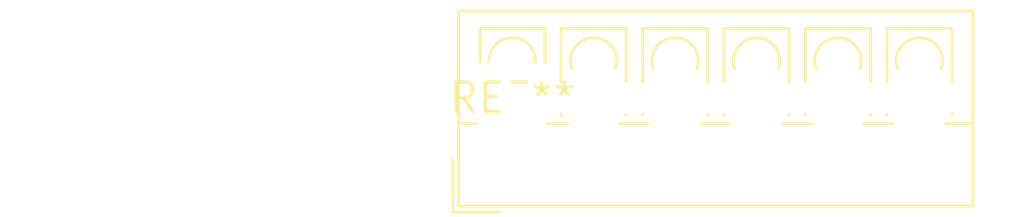
<source format=kicad_pcb>
(kicad_pcb (version 20240108) (generator pcbnew)
  (layers (0 "F.Cu" signal) (31 "B.Cu" signal) (34 "B.Paste" user) (35 "F.Paste" user) (36 "B.SilkS" user "B.Silkscreen") (37 "F.SilkS" user "F.Silkscreen") (38 "B.Mask" user) (39 "F.Mask" user) (44 "Edge.Cuts" user))
  (net 0 "")
  (footprint "TerminalBlock_4Ucon_1x06_P3.50mm_Vertical" (layer "F.Cu") (at 0 0)
    (property "Reference" "REF**")
    (property "Value" "TerminalBlock_4Ucon_1x06_P3.50mm_Vertical")
    (fp_line (start -2.55 2.66) (end -2.55 4.9) (layer "F.SilkS") (stroke (width 0.12)))
    (fp_line (start -2.55 4.9) (end -0.55 4.9) (layer "F.SilkS") (stroke (width 0.12)))
    (fp_line (start -2.31 -3.76) (end -2.31 4.66) (layer "F.SilkS") (stroke (width 0.12)))
    (fp_line (start -2.31 -3.76) (end 19.811 -3.76) (layer "F.SilkS") (stroke (width 0.12)))
    (fp_line (start -2.31 1.101) (end -1.54 1.101) (layer "F.SilkS") (stroke (width 0.12)))
    (fp_line (start -2.31 4.66) (end 19.811 4.66) (layer "F.SilkS") (stroke (width 0.12)))
    (fp_line (start -1.4 -3) (end -1.4 -1.54) (layer "F.SilkS") (stroke (width 0.12)))
    (fp_line (start -1.4 -3) (end 1.4 -3) (layer "F.SilkS") (stroke (width 0.12)))
    (fp_line (start 1.4 -3) (end 1.4 -1.54) (layer "F.SilkS") (stroke (width 0.12)))
    (fp_line (start 1.54 1.101) (end 2.367 1.101) (layer "F.SilkS") (stroke (width 0.12)))
    (fp_line (start 2.1 -3) (end 2.1 -0.689) (layer "F.SilkS") (stroke (width 0.12)))
    (fp_line (start 2.1 -3) (end 4.9 -3) (layer "F.SilkS") (stroke (width 0.12)))
    (fp_line (start 2.1 0.689) (end 2.1 0.75) (layer "F.SilkS") (stroke (width 0.12)))
    (fp_line (start 2.1 0.75) (end 2.101 0.75) (layer "F.SilkS") (stroke (width 0.12)))
    (fp_line (start 4.634 1.101) (end 5.867 1.101) (layer "F.SilkS") (stroke (width 0.12)))
    (fp_line (start 4.9 -3) (end 4.9 -0.689) (layer "F.SilkS") (stroke (width 0.12)))
    (fp_line (start 4.9 0.689) (end 4.9 0.75) (layer "F.SilkS") (stroke (width 0.12)))
    (fp_line (start 4.9 0.75) (end 4.9 0.75) (layer "F.SilkS") (stroke (width 0.12)))
    (fp_line (start 5.6 -3) (end 5.6 -0.689) (layer "F.SilkS") (stroke (width 0.12)))
    (fp_line (start 5.6 -3) (end 8.4 -3) (layer "F.SilkS") (stroke (width 0.12)))
    (fp_line (start 5.6 0.689) (end 5.6 0.75) (layer "F.SilkS") (stroke (width 0.12)))
    (fp_line (start 5.6 0.75) (end 5.601 0.75) (layer "F.SilkS") (stroke (width 0.12)))
    (fp_line (start 8.134 1.101) (end 9.367 1.101) (layer "F.SilkS") (stroke (width 0.12)))
    (fp_line (start 8.4 -3) (end 8.4 -0.689) (layer "F.SilkS") (stroke (width 0.12)))
    (fp_line (start 8.4 0.689) (end 8.4 0.75) (layer "F.SilkS") (stroke (width 0.12)))
    (fp_line (start 8.4 0.75) (end 8.4 0.75) (layer "F.SilkS") (stroke (width 0.12)))
    (fp_line (start 9.1 -3) (end 9.1 -0.689) (layer "F.SilkS") (stroke (width 0.12)))
    (fp_line (start 9.1 -3) (end 11.9 -3) (layer "F.SilkS") (stroke (width 0.12)))
    (fp_line (start 9.1 0.689) (end 9.1 0.75) (layer "F.SilkS") (stroke (width 0.12)))
    (fp_line (start 9.1 0.75) (end 9.101 0.75) (layer "F.SilkS") (stroke (width 0.12)))
    (fp_line (start 11.634 1.101) (end 12.867 1.101) (layer "F.SilkS") (stroke (width 0.12)))
    (fp_line (start 11.9 -3) (end 11.9 -0.689) (layer "F.SilkS") (stroke (width 0.12)))
    (fp_line (start 11.9 0.689) (end 11.9 0.75) (layer "F.SilkS") (stroke (width 0.12)))
    (fp_line (start 11.9 0.75) (end 11.9 0.75) (layer "F.SilkS") (stroke (width 0.12)))
    (fp_line (start 12.6 -3) (end 12.6 -0.689) (layer "F.SilkS") (stroke (width 0.12)))
    (fp_line (start 12.6 -3) (end 15.4 -3) (layer "F.SilkS") (stroke (width 0.12)))
    (fp_line (start 12.6 0.689) (end 12.6 0.75) (layer "F.SilkS") (stroke (width 0.12)))
    (fp_line (start 12.6 0.75) (end 12.601 0.75) (layer "F.SilkS") (stroke (width 0.12)))
    (fp_line (start 15.134 1.101) (end 16.367 1.101) (layer "F.SilkS") (stroke (width 0.12)))
    (fp_line (start 15.4 -3) (end 15.4 -0.689) (layer "F.SilkS") (stroke (width 0.12)))
    (fp_line (start 15.4 0.689) (end 15.4 0.75) (layer "F.SilkS") (stroke (width 0.12)))
    (fp_line (start 15.4 0.75) (end 15.4 0.75) (layer "F.SilkS") (stroke (width 0.12)))
    (fp_line (start 16.101 -3) (end 16.101 -0.689) (layer "F.SilkS") (stroke (width 0.12)))
    (fp_line (start 16.101 -3) (end 18.9 -3) (layer "F.SilkS") (stroke (width 0.12)))
    (fp_line (start 16.101 0.689) (end 16.101 0.75) (layer "F.SilkS") (stroke (width 0.12)))
    (fp_line (start 16.101 0.75) (end 16.101 0.75) (layer "F.SilkS") (stroke (width 0.12)))
    (fp_line (start 18.634 1.101) (end 19.811 1.101) (layer "F.SilkS") (stroke (width 0.12)))
    (fp_line (start 18.9 -3) (end 18.9 -0.689) (layer "F.SilkS") (stroke (width 0.12)))
    (fp_line (start 18.9 0.689) (end 18.9 0.75) (layer "F.SilkS") (stroke (width 0.12)))
    (fp_line (start 18.9 0.75) (end 18.9 0.75) (layer "F.SilkS") (stroke (width 0.12)))
    (fp_line (start 19.811 -3.76) (end 19.811 4.66) (layer "F.SilkS") (stroke (width 0.12)))
    (fp_arc (start -0.99789 -1.529434) (mid -0.000785 -2.600382) (end 0.998 -1.531) (layer "F.SilkS") (stroke (width 0.12)))
    (fp_arc (start 2.560085 -1.257767) (mid 3.499876 -2.600282) (end 4.44 -1.258) (layer "F.SilkS") (stroke (width 0.12)))
    (fp_arc (start 6.060085 -1.257767) (mid 6.999876 -2.600282) (end 7.94 -1.258) (layer "F.SilkS") (stroke (width 0.12)))
    (fp_arc (start 9.560085 -1.257767) (mid 10.499876 -2.600282) (end 11.44 -1.258) (layer "F.SilkS") (stroke (width 0.12)))
    (fp_arc (start 13.060085 -1.257767) (mid 13.999876 -2.600282) (end 14.94 -1.258) (layer "F.SilkS") (stroke (width 0.12)))
    (fp_arc (start 16.560085 -1.257767) (mid 17.499876 -2.600282) (end 18.44 -1.258) (layer "F.SilkS") (stroke (width 0.12)))
    (pad "1" thru_hole rect (at 0 0) (size 2.6 2.6) (drill 1.3) (layers *.Cu *.Mask) (remove_unused_layers))
    (pad "2" thru_hole circle (at 3.5 0) (size 2.6 2.6) (drill 1.3) (layers *.Cu *.Mask) (remove_unused_layers))
    (pad "3" thru_hole circle (at 7 0) (size 2.6 2.6) (drill 1.3) (layers *.Cu *.Mask) (remove_unused_layers))
    (pad "4" thru_hole circle (at 10.5 0) (size 2.6 2.6) (drill 1.3) (layers *.Cu *.Mask) (remove_unused_layers))
    (pad "5" thru_hole circle (at 14 0) (size 2.6 2.6) (drill 1.3) (layers *.Cu *.Mask) (remove_unused_layers))
    (pad "6" thru_hole circle (at 17.5 0) (size 2.6 2.6) (drill 1.3) (layers *.Cu *.Mask) (remove_unused_layers))
  )
)
</source>
